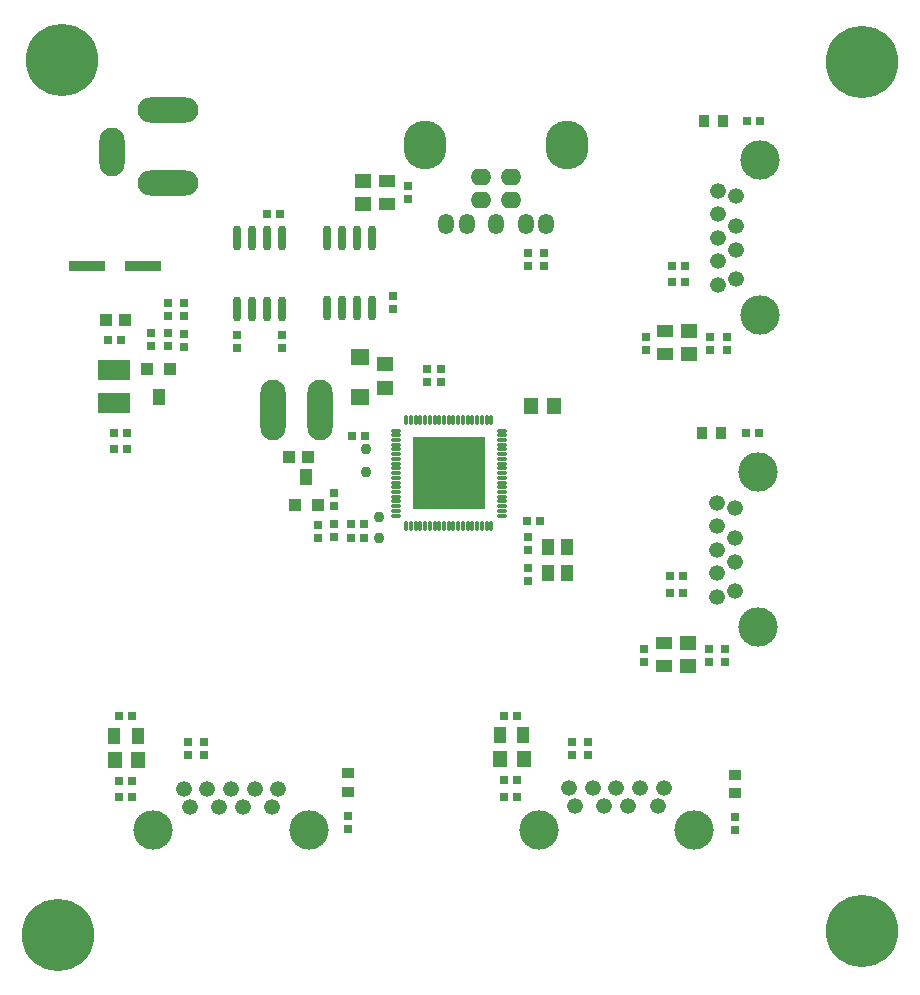
<source format=gts>
G04*
G04 #@! TF.GenerationSoftware,Altium Limited,Altium Designer,20.0.9 (164)*
G04*
G04 Layer_Color=8388736*
%FSLAX25Y25*%
%MOIN*%
G70*
G01*
G75*
%ADD46R,0.02862X0.02862*%
%ADD47R,0.03650X0.04279*%
%ADD48R,0.24122X0.24122*%
%ADD49O,0.01366X0.03650*%
%ADD50O,0.03650X0.01366*%
%ADD51R,0.04831X0.05618*%
%ADD52R,0.04437X0.05224*%
%ADD53R,0.02862X0.03059*%
%ADD54R,0.02862X0.02862*%
%ADD55C,0.03650*%
%ADD56O,0.08374X0.20185*%
%ADD57R,0.04043X0.04043*%
%ADD58R,0.04083X0.04161*%
%ADD59R,0.04122X0.05618*%
%ADD60R,0.11130X0.06799*%
%ADD61O,0.02862X0.08374*%
%ADD62R,0.03059X0.02862*%
%ADD63R,0.12311X0.03256*%
%ADD64R,0.06406X0.05224*%
%ADD65R,0.05618X0.04831*%
%ADD66R,0.05618X0.04437*%
%ADD67R,0.04437X0.05618*%
%ADD68R,0.04279X0.03650*%
%ADD69O,0.08374X0.16248*%
%ADD70O,0.20185X0.08374*%
%ADD71O,0.05224X0.06799*%
%ADD72O,0.14279X0.16248*%
%ADD73O,0.06799X0.05500*%
%ADD74C,0.05224*%
%ADD75C,0.13098*%
%ADD76C,0.02468*%
%ADD77C,0.24122*%
%ADD78C,0.03098*%
D46*
X575500Y359500D02*
D03*
X571169D02*
D03*
X502665Y330000D02*
D03*
X498335D02*
D03*
X444000Y324500D02*
D03*
X439669D02*
D03*
X444000Y329000D02*
D03*
X439669D02*
D03*
X444165Y358500D02*
D03*
X439835D02*
D03*
X364831Y359500D02*
D03*
X360500D02*
D03*
Y354000D02*
D03*
X364831D02*
D03*
X576000Y463500D02*
D03*
X571669D02*
D03*
D47*
X563000Y359500D02*
D03*
X556779D02*
D03*
X563610Y463500D02*
D03*
X557390D02*
D03*
D48*
X472217Y346024D02*
D03*
D49*
X486390Y328307D02*
D03*
X484815D02*
D03*
X483240D02*
D03*
X481665D02*
D03*
X480091D02*
D03*
X478516D02*
D03*
X476941D02*
D03*
X475366D02*
D03*
X473791D02*
D03*
X472217D02*
D03*
X470642D02*
D03*
X469067D02*
D03*
X467492D02*
D03*
X465917D02*
D03*
X464342D02*
D03*
X462768D02*
D03*
X461193D02*
D03*
X459618D02*
D03*
X458043D02*
D03*
Y363740D02*
D03*
X459618D02*
D03*
X461193D02*
D03*
X462768D02*
D03*
X464342D02*
D03*
X465917D02*
D03*
X467492D02*
D03*
X469067D02*
D03*
X470642D02*
D03*
X472217D02*
D03*
X473791D02*
D03*
X475366D02*
D03*
X476941D02*
D03*
X478516D02*
D03*
X480091D02*
D03*
X481665D02*
D03*
X483240D02*
D03*
X484815D02*
D03*
X486390D02*
D03*
D50*
X454500Y331850D02*
D03*
Y333425D02*
D03*
Y335000D02*
D03*
Y336575D02*
D03*
Y338150D02*
D03*
Y339724D02*
D03*
Y341299D02*
D03*
Y342874D02*
D03*
Y344449D02*
D03*
Y346024D02*
D03*
Y347598D02*
D03*
Y349173D02*
D03*
Y350748D02*
D03*
Y352323D02*
D03*
Y353898D02*
D03*
Y355472D02*
D03*
Y357047D02*
D03*
Y358622D02*
D03*
Y360197D02*
D03*
X489933D02*
D03*
Y358622D02*
D03*
Y357047D02*
D03*
Y355472D02*
D03*
Y353898D02*
D03*
Y352323D02*
D03*
Y350748D02*
D03*
Y349173D02*
D03*
Y347598D02*
D03*
X489933Y346024D02*
D03*
X489933Y344449D02*
D03*
Y342874D02*
D03*
Y341299D02*
D03*
Y339724D02*
D03*
Y338150D02*
D03*
Y336575D02*
D03*
Y335000D02*
D03*
Y333425D02*
D03*
Y331850D02*
D03*
D51*
X499500Y368500D02*
D03*
X507374D02*
D03*
X497134Y250626D02*
D03*
X489260D02*
D03*
X368705Y250500D02*
D03*
X360831D02*
D03*
D52*
X505413Y312669D02*
D03*
X511571Y321331D02*
D03*
X511571Y312669D02*
D03*
X505413Y321331D02*
D03*
D53*
X498492Y310169D02*
D03*
Y314500D02*
D03*
Y324831D02*
D03*
Y320500D02*
D03*
X428500Y324500D02*
D03*
Y328831D02*
D03*
X384000Y392500D02*
D03*
Y388169D02*
D03*
X416500Y387669D02*
D03*
Y392000D02*
D03*
X453500Y405165D02*
D03*
Y400835D02*
D03*
X458500Y441665D02*
D03*
Y437335D02*
D03*
X504000Y415169D02*
D03*
Y419500D02*
D03*
X498500Y415169D02*
D03*
Y419500D02*
D03*
X564874Y387071D02*
D03*
Y391402D02*
D03*
X559374Y387071D02*
D03*
Y391402D02*
D03*
X537874D02*
D03*
Y387071D02*
D03*
X537374Y287402D02*
D03*
Y283071D02*
D03*
X558874D02*
D03*
Y287402D02*
D03*
X564374Y283071D02*
D03*
Y287402D02*
D03*
X518797Y256457D02*
D03*
Y252126D02*
D03*
X513297Y256457D02*
D03*
Y252126D02*
D03*
X390768Y256331D02*
D03*
Y252000D02*
D03*
X385268Y256331D02*
D03*
Y252000D02*
D03*
D54*
X434000Y335000D02*
D03*
Y339331D02*
D03*
Y324665D02*
D03*
Y328996D02*
D03*
X378500Y398335D02*
D03*
Y402665D02*
D03*
X384000Y398500D02*
D03*
Y402831D02*
D03*
X373000Y392665D02*
D03*
Y388335D02*
D03*
X378500Y388500D02*
D03*
Y392831D02*
D03*
X401500Y387669D02*
D03*
Y392000D02*
D03*
X465000Y376335D02*
D03*
Y380665D02*
D03*
X469500D02*
D03*
Y376335D02*
D03*
X567500Y227000D02*
D03*
Y231331D02*
D03*
X438500Y227449D02*
D03*
Y231780D02*
D03*
D55*
X449000Y324500D02*
D03*
Y331500D02*
D03*
X444500Y346500D02*
D03*
Y354000D02*
D03*
D56*
X413626Y367000D02*
D03*
X429374D02*
D03*
D57*
X425150Y351500D02*
D03*
X418850D02*
D03*
X364150Y397000D02*
D03*
X357850D02*
D03*
D58*
X421020Y335331D02*
D03*
X428500Y335331D02*
D03*
X379240Y380626D02*
D03*
X371760Y380626D02*
D03*
D59*
X424760Y344583D02*
D03*
X375500Y371374D02*
D03*
D60*
X360500Y369476D02*
D03*
Y380500D02*
D03*
D61*
X416500Y424311D02*
D03*
X411500D02*
D03*
X406500D02*
D03*
X401500D02*
D03*
X416500Y400689D02*
D03*
X411500D02*
D03*
X406500D02*
D03*
X401500D02*
D03*
X446508Y424500D02*
D03*
X441508D02*
D03*
X436508D02*
D03*
X431508D02*
D03*
X446508Y400878D02*
D03*
X441508D02*
D03*
X436508D02*
D03*
X431508D02*
D03*
D62*
X411500Y432500D02*
D03*
X415831D02*
D03*
X362831Y390500D02*
D03*
X358500D02*
D03*
X546543Y409571D02*
D03*
X550874D02*
D03*
X546543Y415071D02*
D03*
X550874D02*
D03*
X546043Y306071D02*
D03*
X550374D02*
D03*
X546043Y311571D02*
D03*
X550374D02*
D03*
X495027Y265126D02*
D03*
X490697D02*
D03*
Y243626D02*
D03*
X495027D02*
D03*
X490697Y238126D02*
D03*
X495027D02*
D03*
X366598Y265000D02*
D03*
X362268D02*
D03*
Y238000D02*
D03*
X366598D02*
D03*
X362268Y243500D02*
D03*
X366598D02*
D03*
D63*
X351748Y415000D02*
D03*
X370252D02*
D03*
D64*
X442500Y371307D02*
D03*
Y384693D02*
D03*
D65*
X451000Y374500D02*
D03*
Y382374D02*
D03*
X443500Y443437D02*
D03*
Y435563D02*
D03*
X552374Y393508D02*
D03*
Y385634D02*
D03*
X551874Y289508D02*
D03*
Y281634D02*
D03*
D66*
X451500Y443437D02*
D03*
Y435563D02*
D03*
X544374Y385571D02*
D03*
Y393445D02*
D03*
X543874Y281571D02*
D03*
Y289445D02*
D03*
D67*
X489197Y258626D02*
D03*
X497071D02*
D03*
X360768Y258500D02*
D03*
X368642D02*
D03*
D68*
X567500Y239220D02*
D03*
Y245441D02*
D03*
X438500Y239779D02*
D03*
Y246000D02*
D03*
D69*
X360100Y453116D02*
D03*
D70*
X378500Y442579D02*
D03*
Y466988D02*
D03*
D71*
X471258Y429029D02*
D03*
X478148D02*
D03*
X487912D02*
D03*
X497833D02*
D03*
X504723D02*
D03*
D72*
X511691Y455446D02*
D03*
X464290D02*
D03*
D73*
X492912Y436903D02*
D03*
X483069D02*
D03*
X492912Y444777D02*
D03*
X483069D02*
D03*
D74*
X562094Y408689D02*
D03*
X568000Y410658D02*
D03*
X562094Y416563D02*
D03*
Y424437D02*
D03*
Y432311D02*
D03*
Y440185D02*
D03*
X568000Y420500D02*
D03*
Y428374D02*
D03*
Y438216D02*
D03*
X383886Y240779D02*
D03*
X385854Y234874D02*
D03*
X391760Y240779D02*
D03*
X399634D02*
D03*
X407508D02*
D03*
X415382D02*
D03*
X395697Y234874D02*
D03*
X403571D02*
D03*
X413413D02*
D03*
X512315Y240905D02*
D03*
X514284Y235000D02*
D03*
X520189Y240905D02*
D03*
X528063D02*
D03*
X535937D02*
D03*
X543811D02*
D03*
X524126Y235000D02*
D03*
X532000D02*
D03*
X541843D02*
D03*
X561594Y304689D02*
D03*
X567500Y306658D02*
D03*
X561594Y312563D02*
D03*
Y320437D02*
D03*
Y328311D02*
D03*
Y336185D02*
D03*
X567500Y316500D02*
D03*
Y324374D02*
D03*
Y334216D02*
D03*
D75*
X575874Y398571D02*
D03*
Y450303D02*
D03*
X373768Y227000D02*
D03*
X425500D02*
D03*
X502197Y227126D02*
D03*
X553929D02*
D03*
X575374Y294571D02*
D03*
Y346303D02*
D03*
D76*
X610000Y202949D02*
D03*
X603307Y186807D02*
D03*
Y200193D02*
D03*
X616693Y186807D02*
D03*
X610000Y184051D02*
D03*
X616693Y200193D02*
D03*
X619449Y193500D02*
D03*
X600551D02*
D03*
X342000Y201449D02*
D03*
X335307Y185307D02*
D03*
Y198693D02*
D03*
X348693Y185307D02*
D03*
X342000Y182551D02*
D03*
X348693Y198693D02*
D03*
X351449Y192000D02*
D03*
X332551D02*
D03*
X609807Y492642D02*
D03*
X603114Y476500D02*
D03*
Y489886D02*
D03*
X616500Y476500D02*
D03*
X609807Y473744D02*
D03*
X616500Y489886D02*
D03*
X619256Y483193D02*
D03*
X600358D02*
D03*
X343193Y493142D02*
D03*
X336500Y477000D02*
D03*
Y490386D02*
D03*
X349886Y477000D02*
D03*
X343193Y474244D02*
D03*
X349886Y490386D02*
D03*
X352642Y483693D02*
D03*
X333744D02*
D03*
D77*
X610000Y193500D02*
D03*
X342000Y192000D02*
D03*
X609807Y483193D02*
D03*
X343193Y483693D02*
D03*
D78*
X467492Y355472D02*
D03*
X472217D02*
D03*
X476941D02*
D03*
X481665D02*
D03*
X462768Y350748D02*
D03*
X467492D02*
D03*
X472217Y350748D02*
D03*
X476941Y350748D02*
D03*
X481665D02*
D03*
X462768Y346024D02*
D03*
X467492D02*
D03*
X472217D02*
D03*
X476941D02*
D03*
X481665D02*
D03*
X462768Y341299D02*
D03*
X467492D02*
D03*
X472217D02*
D03*
X476941D02*
D03*
X481665D02*
D03*
X462768Y336575D02*
D03*
X467492D02*
D03*
X472217Y336575D02*
D03*
X476941Y336575D02*
D03*
X481665D02*
D03*
M02*

</source>
